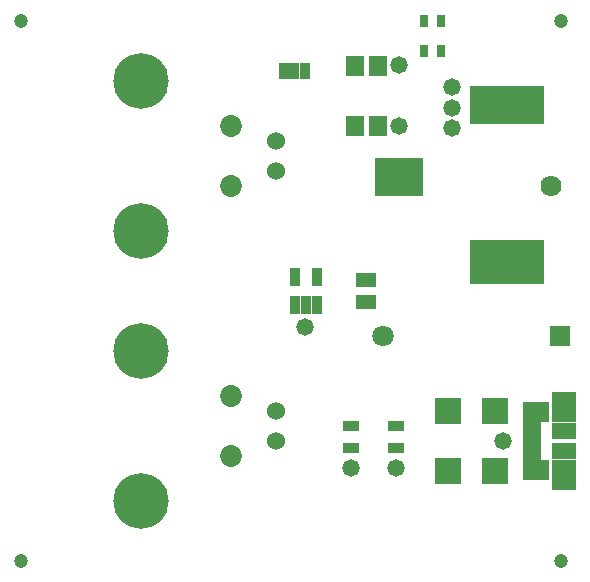
<source format=gts>
G04*
G04 #@! TF.GenerationSoftware,Altium Limited,Altium Designer,22.5.1 (42)*
G04*
G04 Layer_Color=8388736*
%FSLAX43Y43*%
%MOMM*%
G71*
G04*
G04 #@! TF.SameCoordinates,A77E8290-A955-47A2-8026-EEB05ABB935E*
G04*
G04*
G04 #@! TF.FilePolarity,Negative*
G04*
G01*
G75*
%ADD19R,4.060X3.300*%
%ADD20R,6.350X3.810*%
%ADD21R,6.350X3.300*%
%ADD30R,1.400X0.950*%
%ADD31R,0.803X1.003*%
%ADD32R,0.838X1.473*%
%ADD33R,1.553X1.753*%
%ADD34R,0.903X1.503*%
%ADD35R,1.653X1.253*%
%ADD36R,2.203X2.203*%
%ADD37R,1.583X0.653*%
%ADD38R,2.303X1.678*%
%ADD39R,2.103X2.578*%
%ADD40R,2.103X1.378*%
%ADD41C,4.703*%
%ADD42C,1.853*%
%ADD43R,1.803X1.803*%
%ADD44C,1.803*%
%ADD45C,1.780*%
%ADD46C,1.524*%
%ADD47C,1.203*%
%ADD48C,1.473*%
D19*
X59930Y60450D02*
D03*
D20*
X69070Y53260D02*
D03*
D21*
Y66550D02*
D03*
D30*
X59690Y39370D02*
D03*
Y37520D02*
D03*
X55880Y39370D02*
D03*
Y37520D02*
D03*
D31*
X63500Y73660D02*
D03*
X62050D02*
D03*
X63500Y71120D02*
D03*
X62050D02*
D03*
D32*
X50165Y69469D02*
D03*
X51054D02*
D03*
X51943D02*
D03*
D33*
X56175Y69850D02*
D03*
X58125D02*
D03*
X56175Y64770D02*
D03*
X58125D02*
D03*
D34*
X51120Y52000D02*
D03*
X53020D02*
D03*
Y49600D02*
D03*
X52070D02*
D03*
X51120D02*
D03*
D35*
X57150Y49875D02*
D03*
Y51725D02*
D03*
D36*
X68040Y40640D02*
D03*
X64040D02*
D03*
X68040Y35560D02*
D03*
X64040D02*
D03*
D37*
X71200Y36800D02*
D03*
Y37450D02*
D03*
Y38100D02*
D03*
Y38750D02*
D03*
Y39400D02*
D03*
D38*
X71560Y35638D02*
D03*
Y40562D02*
D03*
D39*
X73860Y35188D02*
D03*
Y41013D02*
D03*
D40*
Y37263D02*
D03*
Y38938D02*
D03*
D41*
X38100Y33020D02*
D03*
Y45720D02*
D03*
Y55880D02*
D03*
Y68580D02*
D03*
D42*
X45720Y41910D02*
D03*
Y36830D02*
D03*
Y64770D02*
D03*
Y59690D02*
D03*
D43*
X73540Y46990D02*
D03*
D44*
X58540D02*
D03*
D45*
X72830Y59690D02*
D03*
D46*
X49530Y60960D02*
D03*
Y63500D02*
D03*
Y38100D02*
D03*
Y40640D02*
D03*
D47*
X73660Y73660D02*
D03*
Y27940D02*
D03*
X27940Y73660D02*
D03*
Y27940D02*
D03*
D48*
X51940Y47752D02*
D03*
X64389Y66294D02*
D03*
Y68072D02*
D03*
Y64643D02*
D03*
X59944Y64770D02*
D03*
Y69977D02*
D03*
X55880Y35814D02*
D03*
X59690D02*
D03*
X68707Y38100D02*
D03*
M02*

</source>
